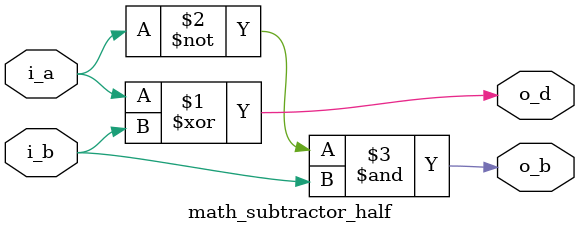
<source format=sv>
`timescale 1ns / 1ps

module math_subtractor_half(input i_a, i_b, output o_d, o_b);

    assign o_d = i_a ^ i_b;
    assign o_b = ~i_a & i_b;

endmodule : math_subtractor_half
</source>
